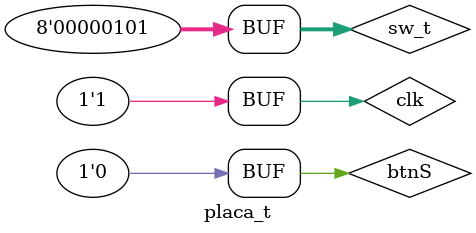
<source format=v>
`timescale 1ns / 1ps
module placa_t();
        
  
    localparam T = 20;
    
    reg clk;
    
    always
    begin
        clk = 1'b0;
        #T;
        clk = 1'b1;
        #T;
    end
    initial 
    begin
        sw_t = 8'd1;
        #100;
        sw_t = 8'd2;
        #100;
        sw_t = 8'd3;
        #100;
        sw_t = 8'd4;
        #1000;
        btnS = 1'b1;
        #1000;
        btnS = 1'b0;
        #200;
        sw_t = 8'd7;
        #200;
        sw_t = 8'd5; 
    end
    reg [7:0] sw_t;
    wire [7:0] Led_t;
    reg btnS;   
    
    Placa plac(.clk(clk), .sw(sw_t), .Led(Led_t), .btnS(btnS));

endmodule 
</source>
